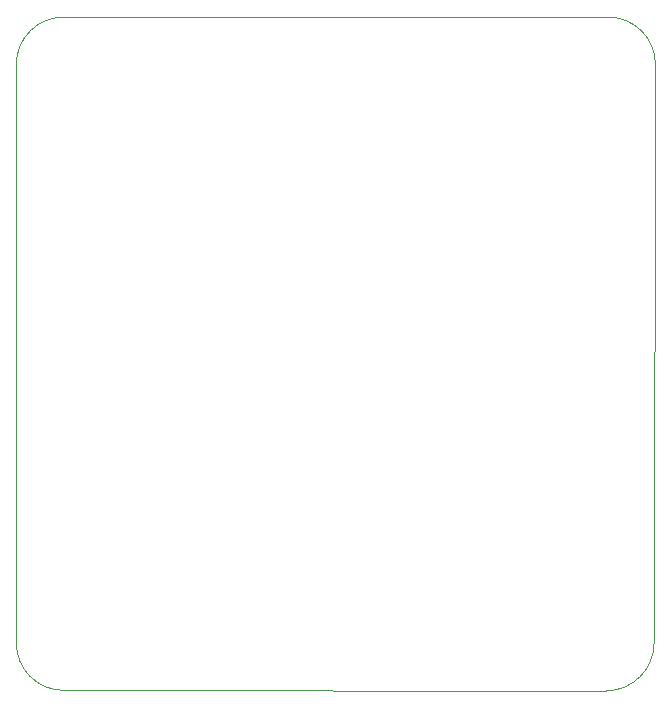
<source format=gbr>
%TF.GenerationSoftware,KiCad,Pcbnew,9.0.2*%
%TF.CreationDate,2025-10-13T17:24:41+02:00*%
%TF.ProjectId,Projet_Robot,50726f6a-6574-45f5-926f-626f742e6b69,rev?*%
%TF.SameCoordinates,Original*%
%TF.FileFunction,Profile,NP*%
%FSLAX46Y46*%
G04 Gerber Fmt 4.6, Leading zero omitted, Abs format (unit mm)*
G04 Created by KiCad (PCBNEW 9.0.2) date 2025-10-13 17:24:41*
%MOMM*%
%LPD*%
G01*
G04 APERTURE LIST*
%TA.AperFunction,Profile*%
%ADD10C,0.050000*%
%TD*%
G04 APERTURE END LIST*
D10*
X183174069Y-67068750D02*
G75*
G02*
X187174150Y-71068750I131J-3999950D01*
G01*
X137060000Y-67070000D02*
X183181573Y-67070000D01*
X133060000Y-71070000D02*
G75*
G02*
X137060000Y-67070000I4000000J0D01*
G01*
X187174149Y-71068750D02*
X187064617Y-120035383D01*
X137060000Y-124070000D02*
X183001770Y-124110000D01*
X137060000Y-124070000D02*
G75*
G02*
X133060000Y-120070000I0J4000000D01*
G01*
X187064617Y-120035383D02*
G75*
G02*
X183001770Y-124110000I-4074617J-17D01*
G01*
X133060000Y-120070000D02*
X133060000Y-71070000D01*
M02*

</source>
